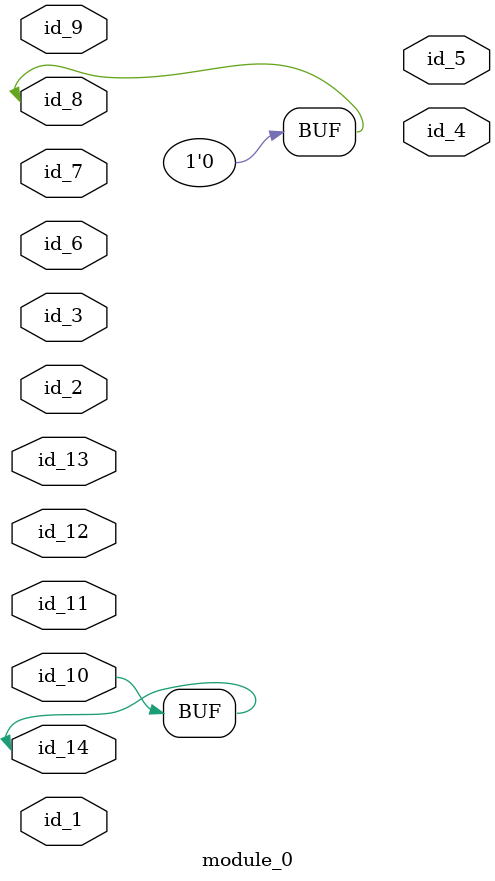
<source format=v>
module module_0 (
    id_1,
    id_2,
    id_3,
    id_4,
    id_5,
    id_6,
    id_7,
    id_8,
    id_9,
    id_10,
    id_11,
    id_12,
    id_13,
    id_14
);
  inout id_14;
  input id_13;
  input id_12;
  input id_11;
  inout id_10;
  inout id_9;
  inout id_8;
  input id_7;
  inout id_6;
  output id_5;
  output id_4;
  inout id_3;
  input id_2;
  input id_1;
  assign id_14 = id_10;
  assign id_10[1] = 1'b0;
  assign id_8 = 1'b0;
endmodule

</source>
